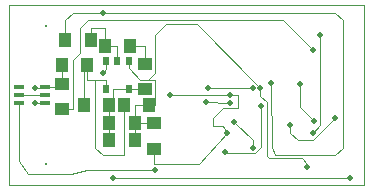
<source format=gbr>
G04 PROTEUS GERBER X2 FILE*
%TF.GenerationSoftware,Labcenter,Proteus,8.5-SP0-Build22067*%
%TF.CreationDate,2018-05-09T22:16:53+00:00*%
%TF.FileFunction,Copper,L16,Bot*%
%TF.FilePolarity,Positive*%
%TF.Part,Single*%
%FSLAX45Y45*%
%MOMM*%
G01*
%TA.AperFunction,Conductor*%
%ADD10C,0.100000*%
%TA.AperFunction,ViaPad*%
%ADD11C,0.508000*%
%AMPPAD003*
4,1,20,
-0.063500,-0.038100,
-0.063500,0.038100,
-0.061540,0.048090,
-0.056160,0.056160,
-0.048090,0.061540,
-0.038100,0.063500,
0.038100,0.063500,
0.048090,0.061540,
0.056160,0.056160,
0.061540,0.048090,
0.063500,0.038100,
0.063500,-0.038100,
0.061540,-0.048090,
0.056160,-0.056160,
0.048090,-0.061540,
0.038100,-0.063500,
-0.038100,-0.063500,
-0.048090,-0.061540,
-0.056160,-0.056160,
-0.061540,-0.048090,
-0.063500,-0.038100,
0*%
%TA.AperFunction,WasherPad*%
%ADD13PPAD003*%
%TA.AperFunction,SMDPad,CuDef*%
%ADD29R,0.508000X0.635000*%
%ADD15R,1.016000X1.270000*%
%ADD26R,1.270000X1.016000*%
%ADD72R,0.889000X0.406400*%
%TA.AperFunction,Profile*%
%ADD28C,0.101600*%
D10*
X+1079500Y-317500D02*
X+1143000Y-254000D01*
X+1143000Y+508000D01*
X-1190000Y+0D02*
X-1190000Y-1D01*
X-1270000Y-1D01*
X-1270001Y+0D01*
X-1410000Y+0D01*
X-1190000Y+65000D02*
X-1043360Y+65000D01*
X-1043360Y+93480D01*
X-1043360Y+253480D01*
X-1270000Y-63500D02*
X-1268500Y-65000D01*
X-1190000Y-65000D01*
X-1190000Y+65000D02*
X-1190000Y+63500D01*
X-1270000Y+63500D01*
X-762000Y+127000D02*
X-669880Y+127000D01*
X-669880Y+51560D01*
X-830000Y+127000D02*
X-762000Y+127000D01*
X-762000Y+51560D02*
X-762000Y-444500D01*
X-698500Y-508000D01*
X-523360Y-508000D01*
X-523360Y-86520D01*
X-762000Y+51560D02*
X-762000Y+127000D01*
X-830000Y+253480D02*
X-830000Y+127000D01*
X-683360Y+413480D02*
X-575900Y+413480D01*
X-575900Y+290320D01*
X-683360Y+413480D02*
X-683360Y+571500D01*
X-803360Y+571500D01*
X-803360Y+463480D01*
X-470000Y+413480D02*
X-343360Y+413480D01*
X-343360Y+263480D01*
X+1079500Y+381000D02*
X+825500Y+635000D01*
X-825500Y+635000D01*
X-889000Y+571500D01*
X-889000Y+358480D01*
X-952500Y+294980D01*
X-952500Y-119880D01*
X-1043360Y-119880D01*
X+127000Y+0D02*
X-127000Y+0D01*
X+381000Y+0D02*
X+127000Y+0D01*
X+1270000Y-190500D02*
X+1079500Y-381000D01*
X+952500Y-381000D01*
X+889000Y-317500D01*
X+889000Y-254000D01*
X-643360Y-236520D02*
X-643360Y-376520D01*
X-698500Y+698500D02*
X-952500Y+698500D01*
X-1016720Y+634280D01*
X-1016720Y+463480D01*
X-698500Y+190500D02*
X-669880Y+219120D01*
X-669880Y+290320D01*
X+190500Y+63500D02*
X+571500Y+63500D01*
X-430000Y-240000D02*
X-270000Y-240000D01*
X-430000Y-240000D02*
X-430000Y-376520D01*
X-317500Y+127000D02*
X-254000Y+190500D01*
X-254000Y+508000D01*
X-163270Y+598730D01*
X+99770Y+598730D01*
X+635000Y+63500D01*
X-317500Y+127000D02*
X-381000Y+127000D01*
X-479380Y+225380D01*
X-479380Y+290320D01*
X-310000Y-86520D02*
X-430000Y-86520D01*
X-430000Y-236520D01*
X-310000Y-86520D02*
X-254000Y-86520D01*
X-254000Y+127000D01*
X-317500Y+127000D01*
X-430000Y-236520D02*
X-430000Y-240000D01*
X-610000Y-698500D02*
X+1397000Y-698500D01*
X-830000Y+253480D02*
X-863360Y+253480D01*
X-863360Y-86520D01*
X-650000Y-86520D02*
X-650000Y-236520D01*
X-643360Y-236520D01*
X-479380Y+51560D02*
X-610000Y+51560D01*
X-610000Y-86520D01*
X-650000Y-86520D01*
X+970000Y+90000D02*
X+970000Y-103584D01*
X+1087603Y-221187D01*
X-479380Y+51560D02*
X-479380Y+50000D01*
X-343360Y+50000D01*
X-343360Y+50120D01*
X-254000Y-635000D02*
X-259000Y-630000D01*
X-830000Y-630000D01*
X-970000Y-670000D01*
X-1330000Y-670000D01*
X-1410000Y-558500D01*
X-1410000Y-65000D01*
X+571500Y-444500D02*
X+571500Y-381000D01*
X+410000Y-230000D01*
X-698500Y+698500D02*
X+1270000Y+698500D01*
X+1333500Y+635000D01*
X+1333500Y-444500D01*
X+1270000Y-508000D01*
X+762000Y-508000D01*
X+730000Y-440000D01*
X+725500Y+100000D01*
X+1030000Y-610000D02*
X+1030000Y-580000D01*
X+984034Y-534034D01*
X+710047Y-534034D01*
X+690000Y-513987D01*
X+690000Y-60000D01*
X+635000Y-5000D01*
X+635000Y+63500D01*
X+170000Y-60000D02*
X+381000Y-63500D01*
X+637672Y-88442D02*
X+637672Y-441828D01*
X+590631Y-488869D01*
X+340745Y-488869D01*
X+335655Y-483779D01*
X+352140Y-317500D02*
X+112350Y-586150D01*
X-270000Y-586150D01*
X-270000Y-453360D01*
X+381000Y+0D02*
X+444500Y+0D01*
X+444500Y-107830D01*
X+317500Y-107830D01*
X+230000Y-195330D01*
X+230000Y-260000D01*
X+317500Y-260000D01*
X+352140Y-317500D01*
D11*
X+1143000Y+508000D03*
X+1079500Y-317500D03*
X-1270000Y-63500D03*
X-1270000Y+63500D03*
X+1079500Y+381000D03*
X-127000Y+0D03*
X+889000Y-254000D03*
X+1270000Y-190500D03*
X-698500Y+190500D03*
X+571500Y+63500D03*
X+190500Y+63500D03*
X+1397000Y-698500D03*
X+970000Y+90000D03*
X+1087603Y-221187D03*
X+571500Y-444500D03*
X+410000Y-230000D03*
X-610000Y-698500D03*
X-698500Y+698500D03*
X+725500Y+100000D03*
X+1030000Y-610000D03*
X+635000Y+63500D03*
X+170000Y-60000D03*
X+381000Y-63500D03*
X+637672Y-88442D03*
X+335655Y-483779D03*
X+381000Y+0D03*
X+352140Y-317500D03*
X-254000Y-635000D03*
D13*
X-1180000Y-585000D03*
X-1180000Y+585000D03*
D29*
X-669880Y+290320D03*
X-575900Y+290320D03*
X-479380Y+290320D03*
X-479380Y+51560D03*
X-669880Y+51560D03*
D15*
X-1016720Y+463480D03*
X-803360Y+463480D03*
X-683360Y+413480D03*
X-470000Y+413480D03*
D26*
X-343360Y+263480D03*
X-343360Y+50120D03*
D15*
X-310000Y-86520D03*
X-523360Y-86520D03*
X-863360Y-86520D03*
X-650000Y-86520D03*
X-1043360Y+253480D03*
X-830000Y+253480D03*
D72*
X-1190000Y+65000D03*
X-1190000Y+0D03*
X-1190000Y-65000D03*
X-1410000Y-65000D03*
X-1410000Y+0D03*
X-1410000Y+65000D03*
D26*
X-1043360Y-119880D03*
X-1043360Y+93480D03*
X-270000Y-453360D03*
X-270000Y-240000D03*
D15*
X-643360Y-236520D03*
X-430000Y-236520D03*
X-643360Y-376520D03*
X-430000Y-376520D03*
D28*
X-1490000Y-760000D02*
X+1510000Y-760000D01*
X+1510000Y+760000D01*
X-1490000Y+760000D01*
X-1490000Y-760000D01*
M02*

</source>
